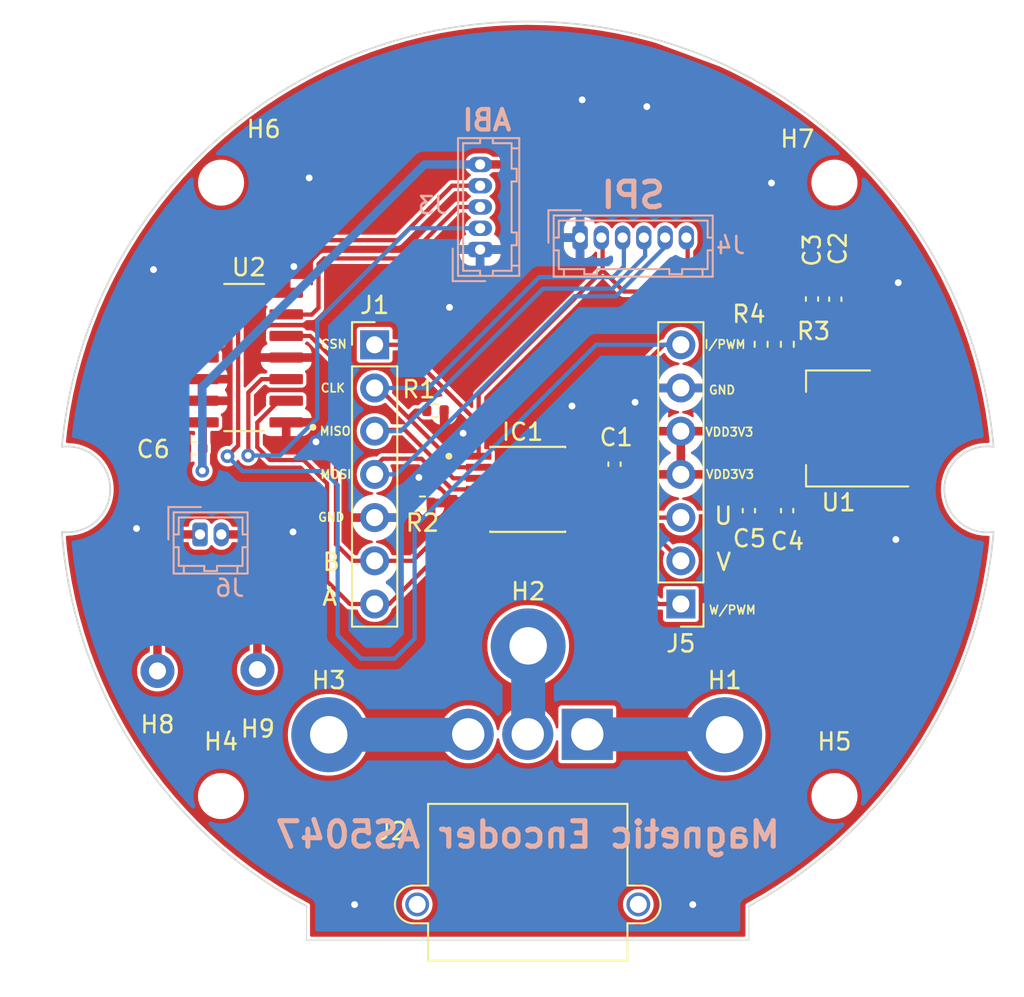
<source format=kicad_pcb>
(kicad_pcb (version 20211014) (generator pcbnew)
  (layers (0 "F.Cu" signal) (31 "B.Cu" signal) (34 "B.Paste" user) (35 "F.Paste" user) (36 "B.SilkS" user "B.Silkscreen") (37 "F.SilkS" user "F.Silkscreen") (38 "B.Mask" user) (39 "F.Mask" user) (44 "Edge.Cuts" user))
  (net 0 "")
  (net 1 "3V3")
  (net 2 "5V0")
  (net 3 "/S1")
  (net 4 "/S2")
  (net 5 "/S3")
  (net 6 "/CSN")
  (net 7 "GND")
  (net 8 "/CLK")
  (net 9 "/MISO")
  (net 10 "/MOSI")
  (net 11 "/B")
  (net 12 "/A")
  (net 13 "/W{slash}PWM")
  (net 14 "/V")
  (net 15 "/U")
  (net 16 "/I{slash}PWM")
  (net 17 "/ENC_A")
  (net 18 "/ENC_B")
  (net 19 "/ENC_I")
  (net 21 "Net-(J4-Pad6)")
  (net 22 "/CP1")
  (net 23 "/CP2")
  (footprint "Connector_PinHeader_2.54mm:PinHeader_1x07_P2.54mm_Vertical" (layer "F.Cu") (at 104 65)
    (fp_text reference "J1" (at 0 -2.33) (layer "F.SilkS"))
    (fp_text value "Conn_01x07_Male")
    (fp_line (start -1.33 1.27) (end 1.33 1.27) (layer "F.SilkS") (width 0.12))
    (fp_line (start -1.33 1.27) (end -1.33 16.57) (layer "F.SilkS") (width 0.12))
    (fp_line (start -1.33 16.57) (end 1.33 16.57) (layer "F.SilkS") (width 0.12))
    (fp_line (start -1.33 -1.33) (end 0 -1.33) (layer "F.SilkS") (width 0.12))
    (fp_line (start 1.33 1.27) (end 1.33 16.57) (layer "F.SilkS") (width 0.12))
    (fp_line (start -1.33 0) (end -1.33 -1.33) (layer "F.SilkS") (width 0.12))
    (pad "1" thru_hole rect (at 0 0) (size 1.7 1.7) (drill 1) (layers *.Cu *.Mask) (net 6 "/CSN"))
    (pad "2" thru_hole oval (at 0 2.54) (size 1.7 1.7) (drill 1) (layers *.Cu *.Mask) (net 8 "/CLK"))
    (pad "3" thru_hole oval (at 0 5.08) (size 1.7 1.7) (drill 1) (layers *.Cu *.Mask) (net 9 "/MISO"))
    (pad "4" thru_hole oval (at 0 7.62) (size 1.7 1.7) (drill 1) (layers *.Cu *.Mask) (net 10 "/MOSI"))
    (pad "5" thru_hole oval (at 0 10.16) (size 1.7 1.7) (drill 1) (layers *.Cu *.Mask) (net 7 "GND"))
    (pad "6" thru_hole oval (at 0 12.7) (size 1.7 1.7) (drill 1) (layers *.Cu *.Mask) (net 11 "/B"))
    (pad "7" thru_hole oval (at 0 15.24) (size 1.7 1.7) (drill 1) (layers *.Cu *.Mask) (net 12 "/A"))
  )
  (footprint "MountingHole:MountingHole_2.2mm_M2" (layer "F.Cu") (at 94.97 91.53)
    (fp_text reference "H4" (at 0 -3.2) (layer "F.SilkS"))
    (fp_text value "MountingHole")
    (pad "" np_thru_hole circle locked (at -0.0013 0) (size 2.2 2.2) (drill 2.2) (layers F&B.Cu *.Mask))
  )
  (footprint "Connector_PinHeader_2.54mm:PinHeader_1x07_P2.54mm_Vertical" (layer "F.Cu") (at 122 80.24 180)
    (fp_text reference "J5" (at 0 -2.33 180) (layer "F.SilkS"))
    (fp_text value "Conn_01x07_Male")
    (fp_line (start -1.33 16.57) (end 1.33 16.57) (layer "F.SilkS") (width 0.12))
    (fp_line (start -1.33 1.27) (end 1.33 1.27) (layer "F.SilkS") (width 0.12))
    (fp_line (start -1.33 -1.33) (end 0 -1.33) (layer "F.SilkS") (width 0.12))
    (fp_line (start -1.33 0) (end -1.33 -1.33) (layer "F.SilkS") (width 0.12))
    (fp_line (start 1.33 1.27) (end 1.33 16.57) (layer "F.SilkS") (width 0.12))
    (fp_line (start -1.33 1.27) (end -1.33 16.57) (layer "F.SilkS") (width 0.12))
    (pad "1" thru_hole rect (at 0 0 180) (size 1.7 1.7) (drill 1) (layers *.Cu *.Mask) (net 13 "/W{slash}PWM"))
    (pad "2" thru_hole oval (at 0 2.54 180) (size 1.7 1.7) (drill 1) (layers *.Cu *.Mask) (net 14 "/V"))
    (pad "3" thru_hole oval (at 0 5.08 180) (size 1.7 1.7) (drill 1) (layers *.Cu *.Mask) (net 15 "/U"))
    (pad "4" thru_hole oval (at 0 7.62 180) (size 1.7 1.7) (drill 1) (layers *.Cu *.Mask) (net 1 "3V3"))
    (pad "5" thru_hole oval (at 0 10.16 180) (size 1.7 1.7) (drill 1) (layers *.Cu *.Mask) (net 1 "3V3"))
    (pad "6" thru_hole oval (at 0 12.7 180) (size 1.7 1.7) (drill 1) (layers *.Cu *.Mask) (net 7 "GND"))
    (pad "7" thru_hole oval (at 0 15.24 180) (size 1.7 1.7) (drill 1) (layers *.Cu *.Mask) (net 16 "/I{slash}PWM"))
  )
  (footprint "Capacitor_SMD:C_0402_1005Metric" (layer "F.Cu") (at 126 74.75 -90)
    (fp_text reference "C5" (at 1.64 -0.03 180) (layer "F.SilkS"))
    (fp_text value "1uF")
    (fp_line (start -0.107836 0.36) (end 0.107836 0.36) (layer "F.SilkS") (width 0.12))
    (fp_line (start -0.107836 -0.36) (end 0.107836 -0.36) (layer "F.SilkS") (width 0.12))
    (pad "1" smd roundrect (at -0.48 0 270) (size 0.56 0.62) (layers "F.Cu" "F.Paste" "F.Mask") (net 1 "3V3"))
    (pad "2" smd roundrect (at 0.48 0 270) (size 0.56 0.62) (layers "F.Cu" "F.Paste" "F.Mask") (net 7 "GND"))
  )
  (footprint "Package_TO_SOT_SMD:SOT-223-3_TabPin2" (layer "F.Cu") (at 131.27 69.92 180)
    (fp_text reference "U1" (at 0 -4.35) (layer "F.SilkS"))
    (fp_text value "AMS1117-3.3")
    (fp_line (start 1.91 3.41) (end 1.91 2.15) (layer "F.SilkS") (width 0.12))
    (fp_line (start -1.85 3.41) (end 1.91 3.41) (layer "F.SilkS") (width 0.12))
    (fp_line (start -4.1 -3.41) (end 1.91 -3.41) (layer "F.SilkS") (width 0.12))
    (fp_line (start 1.91 -3.41) (end 1.91 -2.15) (layer "F.SilkS") (width 0.12))
    (pad "1" smd rect (at -3.15 -2.3 180) (size 2 1.5) (layers "F.Cu" "F.Paste" "F.Mask") (net 7 "GND"))
    (pad "2" smd rect (at -3.15 0 180) (size 2 1.5) (layers "F.Cu" "F.Paste" "F.Mask") (net 1 "3V3"))
    (pad "2" smd rect (at 3.15 0 180) (size 2 3.8) (layers "F.Cu" "F.Paste" "F.Mask") (net 1 "3V3"))
    (pad "3" smd rect (at -3.15 2.3 180) (size 2 1.5) (layers "F.Cu" "F.Paste" "F.Mask") (net 2 "5V0"))
  )
  (footprint "Resistor_SMD:R_0402_1005Metric" (layer "F.Cu") (at 126.72 64.97 -90)
    (fp_text reference "R4" (at -1.77 0.72 180) (layer "F.SilkS"))
    (fp_text value "10k")
    (fp_line (start -0.153641 0.38) (end 0.153641 0.38) (layer "F.SilkS") (width 0.12))
    (fp_line (start -0.153641 -0.38) (end 0.153641 -0.38) (layer "F.SilkS") (width 0.12))
    (pad "1" smd roundrect (at -0.51 0 270) (size 0.54 0.64) (layers "F.Cu" "F.Paste" "F.Mask") (net 6 "/CSN"))
    (pad "2" smd roundrect (at 0.51 0 270) (size 0.54 0.64) (layers "F.Cu" "F.Paste" "F.Mask") (net 1 "3V3"))
  )
  (footprint "MountingHole:MountingHole_2.2mm_M2" (layer "F.Cu") (at 94.97 55.47)
    (fp_text reference "H6" (at 2.505 -3.145) (layer "F.SilkS"))
    (fp_text value "MountingHole")
    (pad "" np_thru_hole circle locked (at 0 0) (size 2.2 2.2) (drill 2.2) (layers F&B.Cu *.Mask))
  )
  (footprint "Resistor_SMD:R_0402_1005Metric" (layer "F.Cu") (at 128.26 64.97 -90)
    (fp_text reference "R3" (at -0.77 -1.54 180) (layer "F.SilkS"))
    (fp_text value "0")
    (fp_line (start -0.153641 -0.38) (end 0.153641 -0.38) (layer "F.SilkS") (width 0.12))
    (fp_line (start -0.153641 0.38) (end 0.153641 0.38) (layer "F.SilkS") (width 0.12))
    (pad "1" smd roundrect (at -0.51 0 270) (size 0.54 0.64) (layers "F.Cu" "F.Paste" "F.Mask") (net 21 "Net-(J4-Pad6)"))
    (pad "2" smd roundrect (at 0.51 0 270) (size 0.54 0.64) (layers "F.Cu" "F.Paste" "F.Mask") (net 1 "3V3"))
  )
  (footprint "Capacitor_SMD:C_0402_1005Metric" (layer "F.Cu") (at 131.08 62.32 90)
    (fp_text reference "C2" (at 2.975 0.15 90) (layer "F.SilkS"))
    (fp_text value "1uF")
    (fp_line (start -0.107836 0.36) (end 0.107836 0.36) (layer "F.SilkS") (width 0.12))
    (fp_line (start -0.107836 -0.36) (end 0.107836 -0.36) (layer "F.SilkS") (width 0.12))
    (pad "1" smd roundrect (at -0.48 0 90) (size 0.56 0.62) (layers "F.Cu" "F.Paste" "F.Mask") (net 2 "5V0"))
    (pad "2" smd roundrect (at 0.48 0 90) (size 0.56 0.62) (layers "F.Cu" "F.Paste" "F.Mask") (net 7 "GND"))
  )
  (footprint "Resistor_SMD:R_0402_1005Metric" (layer "F.Cu") (at 107.575 68.875 180)
    (fp_text reference "R1" (at 0.975 1.25) (layer "F.SilkS"))
    (fp_text value "10k")
    (fp_line (start -0.153641 -0.38) (end 0.153641 -0.38) (layer "F.SilkS") (width 0.12))
    (fp_line (start -0.153641 0.38) (end 0.153641 0.38) (layer "F.SilkS") (width 0.12))
    (pad "1" smd roundrect (at -0.51 0 180) (size 0.54 0.64) (layers "F.Cu" "F.Paste" "F.Mask") (net 7 "GND"))
    (pad "2" smd roundrect (at 0.51 0 180) (size 0.54 0.64) (layers "F.Cu" "F.Paste" "F.Mask") (net 8 "/CLK"))
  )
  (footprint "Capacitor_SMD:C_0402_1005Metric" (layer "F.Cu") (at 128.25 74.75 -90)
    (fp_text reference "C4" (at 1.8 -0.01 180) (layer "F.SilkS"))
    (fp_text value "10uF")
    (fp_line (start -0.107836 0.36) (end 0.107836 0.36) (layer "F.SilkS") (width 0.12))
    (fp_line (start -0.107836 -0.36) (end 0.107836 -0.36) (layer "F.SilkS") (width 0.12))
    (pad "1" smd roundrect (at -0.48 0 270) (size 0.56 0.62) (layers "F.Cu" "F.Paste" "F.Mask") (net 1 "3V3"))
    (pad "2" smd roundrect (at 0.48 0 270) (size 0.56 0.62) (layers "F.Cu" "F.Paste" "F.Mask") (net 7 "GND"))
  )
  (footprint "MountingHole:MountingHole_2.2mm_M2_Pad" (layer "F.Cu") (at 113.025 82.7)
    (fp_text reference "H2" (at 0 -3.2) (layer "F.SilkS"))
    (fp_text value "MountingHole_Pad")
    (pad "1" thru_hole circle (at 0 0) (size 4.4 4.4) (drill 2.2) (layers *.Cu *.Mask) (net 4 "/S2"))
  )
  (footprint "MountingHole:MountingHole_2.2mm_M2_Pad" (layer "F.Cu") (at 124.575 87.925)
    (fp_text reference "H1" (at 0 -3.2) (layer "F.SilkS"))
    (fp_text value "MountingHole_Pad")
    (pad "1" thru_hole circle (at 0 0) (size 4.4 4.4) (drill 2.2) (layers *.Cu *.Mask) (net 3 "/S1"))
  )
  (footprint "Capacitor_SMD:C_0402_1005Metric" (layer "F.Cu") (at 93.41 71.09 180)
    (fp_text reference "C6" (at 2.425 -0.05) (layer "F.SilkS"))
    (fp_text value "100nF")
    (fp_line (start -0.107836 0.36) (end 0.107836 0.36) (layer "F.SilkS") (width 0.12))
    (fp_line (start -0.107836 -0.36) (end 0.107836 -0.36) (layer "F.SilkS") (width 0.12))
    (pad "1" smd roundrect (at -0.48 0 180) (size 0.56 0.62) (layers "F.Cu" "F.Paste" "F.Mask") (net 2 "5V0"))
    (pad "2" smd roundrect (at 0.48 0 180) (size 0.56 0.62) (layers "F.Cu" "F.Paste" "F.Mask") (net 7 "GND"))
  )
  (footprint "MountingHole:MountingHole_2.2mm_M2" (layer "F.Cu") (at 131.03 91.53)
    (fp_text reference "H5" (at 0 -3.2) (layer "F.SilkS"))
    (fp_text value "MountingHole")
    (pad "" np_thru_hole circle locked (at 0 0) (size 2.2 2.2) (drill 2.2) (layers F&B.Cu *.Mask))
  )
  (footprint "Capacitor_SMD:C_0402_1005Metric" (layer "F.Cu") (at 129.71 62.31 90)
    (fp_text reference "C3" (at 2.875 0 90) (layer "F.SilkS"))
    (fp_text value "100nF")
    (fp_line (start -0.107836 0.36) (end 0.107836 0.36) (layer "F.SilkS") (width 0.12))
    (fp_line (start -0.107836 -0.36) (end 0.107836 -0.36) (layer "F.SilkS") (width 0.12))
    (pad "1" smd roundrect (at -0.48 0 90) (size 0.56 0.62) (layers "F.Cu" "F.Paste" "F.Mask") (net 2 "5V0"))
    (pad "2" smd roundrect (at 0.48 0 90) (size 0.56 0.62) (layers "F.Cu" "F.Paste" "F.Mask") (net 7 "GND"))
  )
  (footprint "Capacitor_SMD:C_0402_1005Metric" (layer "F.Cu") (at 118.1 72.02 90)
    (fp_text reference "C1" (at 1.575 0.1) (layer "F.SilkS"))
    (fp_text value "100nF")
    (fp_line (start -0.107836 0.36) (end 0.107836 0.36) (layer "F.SilkS") (width 0.12))
    (fp_line (start -0.107836 -0.36) (end 0.107836 -0.36) (layer "F.SilkS") (width 0.12))
    (pad "1" smd roundrect (at -0.48 0 90) (size 0.56 0.62) (layers "F.Cu" "F.Paste" "F.Mask") (net 1 "3V3"))
    (pad "2" smd roundrect (at 0.48 0 90) (size 0.56 0.62) (layers "F.Cu" "F.Paste" "F.Mask") (net 7 "GND"))
  )
  (footprint "Connector_AMASS:AMASS_MR30PW-M_1x03_P3.50mm_Horizontal" (layer "F.Cu") (at 116.5 87.9 180)
    (fp_text reference "J2" (at 11.45 -5.7) (layer "F.SilkS"))
    (fp_text value "Conn_01x03")
    (fp_line (start 9.36 -8.89) (end 9.36 -4.09) (layer "F.SilkS") (width 0.12))
    (fp_line (start -3.2 -11.11) (end -2.36 -11.11) (layer "F.SilkS") (width 0.12))
    (fp_line (start -2.36 -13.31) (end -2.36 -11.11) (layer "F.SilkS") (width 0.12))
    (fp_line (start 9.36 -13.31) (end 9.36 -11.11) (layer "F.SilkS") (width 0.12))
    (fp_line (start -2.36 -13.31) (end 9.36 -13.31) (layer "F.SilkS") (width 0.12))
    (fp_line (start -2.36 -4.09) (end 9.36 -4.09) (layer "F.SilkS") (width 0.12))
    (fp_line (start 9.36 -8.89) (end 10.2 -8.89) (layer "F.SilkS") (width 0.12))
    (fp_line (start 9.36 -11.11) (end 10.2 -11.11) (layer "F.SilkS") (width 0.12))
    (fp_line (start -3.2 -8.89) (end -2.36 -8.89) (layer "F.SilkS") (width 0.12))
    (fp_line (start -2.36 -8.89) (end -2.36 -4.09) (layer "F.SilkS") (width 0.12))
    (fp_arc (start 10.2 -11.11) (mid 11.31 -10) (end 10.2 -8.89) (layer "F.SilkS") (width 0.12))
    (fp_arc (start -3.2 -8.89) (mid -4.31 -10) (end -3.2 -11.11) (layer "F.SilkS") (width 0.12))
    (pad "" thru_hole circle (at 10 -10 180) (size 1.4 1.4) (drill 1) (layers *.Cu *.Mask))
    (pad "" thru_hole circle (at -3 -10 180) (size 1.4 1.4) (drill 1) (layers *.Cu *.Mask))
    (pad "1" thru_hole rect (at 0 0 180) (size 3 3) (drill 1.9) (layers *.Cu *.Mask) (net 3 "/S1"))
    (pad "2" thru_hole circle (at 3.5 0 180) (size 3 3) (drill 1.9) (layers *.Cu *.Mask) (net 4 "/S2"))
    (pad "3" thru_hole circle (at 7 0 180) (size 3 3) (drill 1.9) (layers *.Cu *.Mask) (net 5 "/S3"))
  )
  (footprint "Resistor_SMD:R_0402_1005Metric" (layer "F.Cu") (at 106.81 74.3 180)
    (fp_text reference "R2" (at 0 -1.17) (layer "F.SilkS"))
    (fp_text value "10k")
    (fp_line (start -0.153641 0.38) (end 0.153641 0.38) (layer "F.SilkS") (width 0.12))
    (fp_line (start -0.153641 -0.38) (end 0.153641 -0.38) (layer "F.SilkS") (width 0.12))
    (pad "1" smd roundrect (at -0.51 0 180) (size 0.54 0.64) (layers "F.Cu" "F.Paste" "F.Mask") (net 7 "GND"))
    (pad "2" smd roundrect (at 0.51 0 180) (size 0.54 0.64) (layers "F.Cu" "F.Paste" "F.Mask") (net 10 "/MOSI"))
  )
  (footprint "encoderlib:SOP65P640X110-14N" (layer "F.Cu") (at 113 73.5)
    (fp_text reference "IC1" (at -0.3 -3.375) (layer "F.SilkS"))
    (fp_text value "AS5047U-HTSM")
    (fp_line (start 2.2 2.5) (end 2.2 2.475) (layer "F.SilkS") (width 0.127))
    (fp_line (start 2.2 -2.475) (end 2.2 -2.5) (layer "F.SilkS") (width 0.127))
    (fp_line (start 2.2 -2.5) (end -2.2 -2.5) (layer "F.SilkS") (width 0.127))
    (fp_line (start -2.2 2.5) (end -2.2 2.475) (layer "F.SilkS") (width 0.127))
    (fp_line (start -2.2 2.5) (end 2.2 2.5) (layer "F.SilkS") (width 0.127))
    (fp_line (start -2.2 -2.5) (end -2.2 -2.475) (layer "F.SilkS") (width 0.127))
    (fp_circle (center -4.635 -1.95) (end -4.535 -1.95) (layer "F.SilkS") (width 0.2) (fill none))
    (pad "1" smd rect locked (at -2.885 -1.95) (size 1.5 0.41) (layers "F.Cu" "F.Paste" "F.Mask") (net 6 "/CSN"))
    (pad "2" smd rect locked (at -2.885 -1.3) (size 1.5 0.41) (layers "F.Cu" "F.Paste" "F.Mask") (net 8 "/CLK"))
    (pad "3" smd rect locked (at -2.885 -0.65) (size 1.5 0.41) (layers "F.Cu" "F.Paste" "F.Mask") (net 9 "/MISO"))
    (pad "4" smd rect locked (at -2.885 0) (size 1.5 0.41) (layers "F.Cu" "F.Paste" "F.Mask") (net 10 "/MOSI"))
    (pad "5" smd rect locked (at -2.885 0.65) (size 1.5 0.41) (layers "F.Cu" "F.Paste" "F.Mask") (net 7 "GND"))
    (pad "6" smd rect locked (at -2.885 1.3) (size 1.5 0.41) (layers "F.Cu" "F.Paste" "F.Mask") (net 11 "/B"))
    (pad "7" smd rect locked (at -2.885 1.95) (size 1.5 0.41) (layers "F.Cu" "F.Paste" "F.Mask") (net 12 "/A"))
    (pad "8" smd rect locked (at 2.885 1.95) (size 1.5 0.41) (layers "F.Cu" "F.Paste" "F.Mask") (net 13 "/W{slash}PWM"))
    (pad "9" smd rect locked (at 2.885 1.3) (size 1.5 0.41) (layers "F.Cu" "F.Paste" "F.Mask") (net 14 "/V"))
    (pad "10" smd rect locked (at 2.885 0.65) (size 1.5 0.41) (layers "F.Cu" "F.Paste" "F.Mask") (net 15 "/U"))
    (pad "11" smd rect locked (at 2.885 0) (size 1.5 0.41) (layers "F.Cu" "F.Paste" "F.Mask") (net 1 "3V3"))
    (pad "12" smd rect locked (at 2.885 -0.65) (size 1.5 0.41) (layers "F.Cu" "F.Paste" "F.Mask") (net 1 "3V3"))
    (pad "13" smd rect locked (at 2.885 -1.3) (size 1.5 0.41) (layers "F.Cu" "F.Paste" "F.Mask") (net 7 "GND"))
    (pad "14" smd rect locked (at 2.885 -1.95) (size 1.5 0.41) (layers "F.Cu" "F.Paste" "F.Mask") (net 16 "/I{slash}PWM"))
  )
  (footprint "MountingHole:MountingHole_2.2mm_M2_Pad" (layer "F.Cu") (at 101.3 87.925)
    (fp_text reference "H3" (at 0 -3.2) (layer "F.SilkS"))
    (fp_text value "MountingHole_Pad")
    (pad "1" thru_hole circle (at 0 0) (size 4.4 4.4) (drill 2.2) (layers *.Cu *.Mask) (net 5 "/S3"))
  )
  (footprint "MountingHole:MountingHole_2.2mm_M2" (layer "F.Cu") (at 131.03 55.47)
    (fp_text reference "H7" (at -2.18 -2.57) (layer "F.SilkS"))
    (fp_text value "MountingHole")
    (pad "" np_thru_hole circle locked (at 0 0) (size 2.2 2.2) (drill 2.2) (layers *.Cu *.Mask))
  )
  (footprint "MountingHole:MountingHole_2.2mm_M2_Pad" (layer "F.Cu") (at 91.2325 84.175)
    (fp_text reference "H8" (at 0 3.15) (layer "F.SilkS"))
    (fp_text value "MountingHole_Pad")
    (pad "1" thru_hole circle (at 0 0) (size 2 2) (drill 1) (layers *.Cu *.Mask) (net 22 "/CP1"))
  )
  (footprint "encoderlib:SOIC127P600X175-14N" (layer "F.Cu") (at 96.325 65.75 180)
    (fp_text reference "U2" (at -0.275 5.3) (layer "F.SilkS"))
    (fp_text value "SN74LV125ATD")
    (fp_line (start -1.17 4.325) (end 1.17 4.325) (layer "F.SilkS") (width 0.127))
    (fp_line (start -1.17 -4.325) (end 1.17 -4.325) (layer "F.SilkS") (width 0.127))
    (fp_circle (center -4.05 -4.1) (end -3.95 -4.1) (layer "F.SilkS") (width 0.2) (fill none))
    (pad "1" smd roundrect (at -2.475 -3.81 180) (size 1.97 0.6) (layers "F.Cu" "F.Paste" "F.Mask") (roundrect_rratio 0.15) (net 7 "GND"))
    (pad "2" smd roundrect (at -2.475 -2.54 180) (size 1.97 0.6) (layers "F.Cu" "F.Paste" "F.Mask") (roundrect_rratio 0.15) (net 12 "/A"))
    (pad "3" smd roundrect (at -2.475 -1.27 180) (size 1.97 0.6) (layers "F.Cu" "F.Paste" "F.Mask") (roundrect_rratio 0.15) (net 17 "/ENC_A"))
    (pad "4" smd roundrect (at -2.475 0 180) (size 1.97 0.6) (layers "F.Cu" "F.Paste" "F.Mask") (roundrect_rratio 0.15) (net 7 "GND"))
    (pad "5" smd roundrect (at -2.475 1.27 180) (size 1.97 0.6) (layers "F.Cu" "F.Paste" "F.Mask") (roundrect_rratio 0.15) (net 11 "/B"))
    (pad "6" smd roundrect (at -2.475 2.54 180) (size 1.97 0.6) (layers "F.Cu" "F.Paste" "F.Mask") (roundrect_rratio 0.15) (net 18 "/ENC_B"))
    (pad "7" smd roundrect (at -2.475 3.81 180) (size 1.97 0.6) (layers "F.Cu" "F.Paste" "F.Mask") (roundrect_rratio 0.15) (net 7 "GND"))
    (pad "8" smd roundrect (at 2.475 3.81 180) (size 1.97 0.6) (layers "F.Cu" "F.Paste" "F.Mask") (roundrect_rratio 0.15) (net 19 "/ENC_I"))
    (pad "9" smd roundrect (at 2.475 2.54 180) (size 1.97 0.6) (layers "F.Cu" "F.Paste" "F.Mask") (roundrect_rratio 0.15) (net 16 "/I{slash}PWM"))
    (pad "10" smd roundrect (at 2.475 1.27 180) (size 1.97 0.6) (layers "F.Cu" "F.Paste" "F.Mask") (roundrect_rratio 0.15) (net 7 "GND"))
    (pad "11" smd roundrect (at 2.475 0 180) (size 1.97 0.6) (layers "F.Cu" "F.Paste" "F.Mask") (roundrect_rratio 0.15))
    (pad "12" smd roundrect (at 2.475 -1.27 180) (size 1.97 0.6) (layers "F.Cu" "F.Paste" "F.Mask") (roundrect_rratio 0.15) (net 7 "GND"))
    (pad "13" smd roundrect (at 2.475 -2.54 180) (size 1.97 0.6) (layers "F.Cu" "F.Paste" "F.Mask") (roundrect_rratio 0.15) (net 7 "GND"))
    (pad "14" smd roundrect (at 2.475 -3.81 180) (size 1.97 0.6) (layers "F.Cu" "F.Paste" "F.Mask") (roundrect_rratio 0.15) (net 2 "5V0"))
  )
  (footprint "MountingHole:MountingHole_2.2mm_M2_Pad" (layer "F.Cu") (at 97.1075 84.1)
    (fp_text reference "H9" (at 0.025 3.475) (layer "F.SilkS"))
    (fp_text value "MountingHole_Pad")
    (pad "1" thru_hole circle (at 0 0) (size 2 2) (drill 1) (layers *.Cu *.Mask) (net 23 "/CP2"))
  )
  (footprint "Connector_Hirose:Hirose_DF13-05P-1.25DSA_1x05_P1.25mm_Vertical" (layer "B.Cu") (at 110.2 59.4 90)
    (fp_text reference "J3" (at 2.6 -2.8) (layer "B.SilkS") (effects (justify mirror)))
    (fp_text value "~")
    (fp_line (start -1.25 0) (end -1.25 -1) (layer "B.SilkS") (width 0.12))
    (fp_line (start -1.55 -1.3) (end 6.55 -1.3) (layer "B.SilkS") (width 0.12))
    (fp_line (start -1.25 -1) (end 6.25 -1) (layer "B.SilkS") (width 0.12))
    (fp_line (start 0.25 1.85) (end 0.25 2.15) (layer "B.SilkS") (width 0.12))
    (fp_line (start 1 2.15) (end 1 1.85) (layer "B.SilkS") (width 0.12))
    (fp_line (start 0.25 2.15) (end 1 2.15) (layer "B.SilkS") (width 0.12))
    (fp_line (start 6.55 2.3) (end -1.55 2.3) (layer "B.SilkS") (width 0.12))
    (fp_line (start -1.55 0) (end -1.25 0) (layer "B.SilkS") (width 0.12))
    (fp_line (start -1.55 2.3) (end -1.55 -1.3) (layer "B.SilkS") (width 0.12))
    (fp_line (start 4 1.85) (end 4 2.15) (layer "B.SilkS") (width 0.12))
    (fp_line (start 5.95 1.85) (end 5.95 2.3) (layer "B.SilkS") (width 0.12))
    (fp_line (start -1.25 0.75) (end -1.25 1.85) (layer "B.SilkS") (width 0.12))
    (fp_line (start 6.55 0.75) (end 6.25 0.75) (layer "B.SilkS") (width 0.12))
    (fp_line (start 6.25 -1) (end 6.25 0) (layer "B.SilkS") (width 0.12))
    (fp_line (start 6.25 1.85) (end 5.95 1.85) (layer "B.SilkS") (width 0.12))
    (fp_line (start -0.95 1.85) (end 0.25 1.85) (layer "B.SilkS") (width 0.12))
    (fp_line (start 6.25 0) (end 6.55 0) (layer "B.SilkS") (width 0.12))
    (fp_line (start 6.25 0.75) (end 6.25 1.85) (layer "B.SilkS") (width 0.12))
    (fp_line (start 4.75 2.15) (end 4.75 1.85) (layer "B.SilkS") (width 0.12))
    (fp_line (start 6.55 -1.3) (end 6.55 2.3) (layer "B.SilkS") (width 0.12))
    (fp_line (start 4 2.15) (end 4.75 2.15) (layer "B.SilkS") (width 0.12))
    (fp_line (start 4.75 1.85) (end 5.95 1.85) (layer "B.SilkS") (width 0.12))
    (fp_line (start -1.86 0.3) (end -1.86 -1.61) (layer "B.SilkS") (width 0.12))
    (fp_line (start -1.25 1.85) (end -0.95 1.85) (layer "B.SilkS") (width 0.12))
    (fp_line (start -0.95 1.85) (end -0.95 2.3) (layer "B.SilkS") (width 0.12))
    (fp_line (start -1.86 -1.61) (end 0.05 -1.61) (layer "B.SilkS") (width 0.12))
    (fp_line (start -1.55 0.75) (end -1.25 0.75) (layer "B.SilkS") (width 0.12))
    (fp_line (start 1 1.85) (end 4 1.85) (layer "B.SilkS") (width 0.12))
    (pad "1" thru_hole roundrect (at 0 0 90) (size 0.9 1.4) (drill 0.6) (layers *.Cu *.Mask) (net 7 "GND"))
    (pad "2" thru_hole oval (at 1.25 0 90) (size 0.9 1.4) (drill 0.6) (layers *.Cu *.Mask) (net 17 "/ENC_A"))
    (pad "3" thru_hole oval (at 2.5 0 90) (size 0.9 1.4) (drill 0.6) (layers *.Cu *.Mask) (net 18 "/ENC_B"))
    (pad "4" thru_hole oval (at 3.75 0 90) (size 0.9 1.4) (drill 0.6) (layers *.Cu *.Mask) (net 19 "/ENC_I"))
    (pad "5" thru_hole oval (at 5 0 90) (size 0.9 1.4) (drill 0.6) (layers *.Cu *.Mask) (net 2 "5V0"))
  )
  (footprint "Connector_Hirose:Hirose_DF13-06P-1.25DSA_1x06_P1.25mm_Vertical" (layer "B.Cu") (at 116.075 58.7)
    (fp_text reference "J4" (at 8.85 0.45) (layer "B.SilkS") (effects (justify mirror)))
    (fp_text value "Conn_01x06")
    (fp_line (start 7.5 0.75) (end 7.5 1.85) (layer "B.SilkS") (width 0.12))
    (fp_line (start 7.8 -1.3) (end 7.8 2.3) (layer "B.SilkS") (width 0.12))
    (fp_line (start 7.5 -1) (end 7.5 0) (layer "B.SilkS") (width 0.12))
    (fp_line (start -1.55 -1.3) (end 7.8 -1.3) (layer "B.SilkS") (width 0.12))
    (fp_line (start -1.86 -1.61) (end 0.05 -1.61) (layer "B.SilkS") (width 0.12))
    (fp_line (start -1.25 -1) (end 7.5 -1) (layer "B.SilkS") (width 0.12))
    (fp_line (start 0.25 1.85) (end 0.25 2.15) (layer "B.SilkS") (width 0.12))
    (fp_line (start 1 1.85) (end 5.25 1.85) (layer "B.SilkS") (width 0.12))
    (fp_line (start 1 2.15) (end 1 1.85) (layer "B.SilkS") (width 0.12))
    (fp_line (start 6 1.85) (end 7.2 1.85) (layer "B.SilkS") (width 0.12))
    (fp_line (start -1.25 0.75) (end -1.25 1.85) (layer "B.SilkS") (width 0.12))
    (fp_line (start 7.8 2.3) (end -1.55 2.3) (layer "B.SilkS") (width 0.12))
    (fp_line (start 7.5 0) (end 7.8 0) (layer "B.SilkS") (width 0.12))
    (fp_line (start -0.95 1.85) (end 0.25 1.85) (layer "B.SilkS") (width 0.12))
    (fp_line (start -1.86 0.3) (end -1.86 -1.61) (layer "B.SilkS") (width 0.12))
    (fp_line (start -1.55 0.75) (end -1.25 0.75) (layer "B.SilkS") (width 0.12))
    (fp_line (start 5.25 1.85) (end 5.25 2.15) (layer "B.SilkS") (width 0.12))
    (fp_line (start 7.8 0.75) (end 7.5 0.75) (layer "B.SilkS") (width 0.12))
    (fp_line (start 7.5 1.85) (end 7.2 1.85) (layer "B.SilkS") (width 0.12))
    (fp_line (start -1.25 1.85) (end -0.95 1.85) (layer "B.SilkS") (width 0.12))
    (fp_line (start 7.2 1.85) (end 7.2 2.3) (layer "B.SilkS") (width 0.12))
    (fp_line (start 5.25 2.15) (end 6 2.15) (layer "B.SilkS") (width 0.12))
    (fp_line (start 6 2.15) (end 6 1.85) (layer "B.SilkS") (width 0.12))
    (fp_line (start -0.95 1.85) (end -0.95 2.3) (layer "B.SilkS") (width 0.12))
    (fp_line (start -1.25 0) (end -1.25 -1) (layer "B.SilkS") (width 0.12))
    (fp_line (start -1.55 2.3) (end -1.55 -1.3) (layer "B.SilkS") (width 0.12))
    (fp_line (start -1.55 0) (end -1.25 0) (layer "B.SilkS") (width 0.12))
    (fp_line (start 0.25 2.15) (end 1 2.15) (layer "B.SilkS") (width 0.12))
    (pad "1" thru_hole roundrect (at 0 0) (size 0.9 1.4) (drill 0.6) (layers *.Cu *.Mask) (net 7 "GND"))
    (pad "2" thru_hole oval (at 1.25 0) (size 0.9 1.4) (drill 0.6) (layers *.Cu *.Mask) (net 6 "/CSN"))
    (pad "3" thru_hole oval (at 2.5 0) (size 0.9 1.4) (drill 0.6) (layers *.Cu *.Mask) (net 8 "/CLK"))
    (pad "4" thru_hole oval (at 3.75 0) (size 0.9 1.4) (drill 0.6) (layers *.Cu *.Mask) (net 9 "/MISO"))
    (pad "5" thru_hole oval (at 5 0) (size 0.9 1.4) (drill 0.6) (layers *.Cu *.Mask) (net 10 "/MOSI"))
    (pad "6" thru_hole oval (at 6.25 0) (size 0.9 1.4) (drill 0.6) (layers *.Cu *.Mask) (net 21 "Net-(J4-Pad6)"))
  )
  (footprint "Connector_Hirose:Hirose_DF13-02P-1.25DSA_1x02_P1.25mm_Vertical" (layer "B.Cu") (at 93.7325 76.15)
    (fp_text reference "J6" (at 1.7475 3.15) (layer "B.SilkS") (effects (justify mirror)))
    (fp_text value "Conn_01x02")
    (fp_line (start -1.86 -1.61) (end 0.05 -1.61) (layer "B.SilkS") (width 0.12))
    (fp_line (start -1.25 1.85) (end -0.95 1.85) (layer "B.SilkS") (width 0.12))
    (fp_line (start 1 2.15) (end 1 1.85) (layer "B.SilkS") (width 0.12))
    (fp_line (start -1.86 0.3) (end -1.86 -1.61) (layer "B.SilkS") (width 0.12))
    (fp_line (start 2.5 0.75) (end 2.5 1.85) (layer "B.SilkS") (width 0.12))
    (fp_line (start -1.25 -1) (end 2.5 -1) (layer "B.SilkS") (width 0.12))
    (fp_line (start -1.55 -1.3) (end 2.8 -1.3) (layer "B.SilkS") (width 0.12))
    (fp_line (start 0.25 2.15) (end 1 2.15) (layer "B.SilkS") (width 0.12))
    (fp_line (start 2.2 1.85) (end 2.2 2.3) (layer "B.SilkS") (width 0.12))
    (fp_line (start 2.8 2.3) (end -1.55 2.3) (layer "B.SilkS") (width 0.12))
    (fp_line (start 1 1.85) (end 2.2 1.85) (layer "B.SilkS") (width 0.12))
    (fp_line (start 0.25 1.85) (end 0.25 2.15) (layer "B.SilkS") (width 0.12))
    (fp_line (start -1.25 0) (end -1.25 -1) (layer "B.SilkS") (width 0.12))
    (fp_line (start -1.55 0) (end -1.25 0) (layer "B.SilkS") (width 0.12))
    (fp_line (start 2.5 -1) (end 2.5 0) (layer "B.SilkS") (width 0.12))
    (fp_line (start -1.55 0.75) (end -1.25 0.75) (layer "B.SilkS") (width 0.12))
    (fp_line (start 2.5 1.85) (end 2.2 1.85) (layer "B.SilkS") (width 0.12))
    (fp_line (start -1.25 0.75) (end -1.25 1.85) (layer "B.SilkS") (width 0.12))
    (fp_line (start -0.95 1.85) (end -0.95 2.3) (layer "B.SilkS") (width 0.12))
    (fp_line (start 2.8 -1.3) (end 2.8 2.3) (layer "B.SilkS") (width 0.12))
    (fp_line (start -0.95 1.85) (end 0.25 1.85) (layer "B.SilkS") (width 0.12))
    (fp_line (start -1.55 2.3) (end -1.55 -1.3) (layer "B.SilkS") (width 0.12))
    (fp_line (start 2.5 0) (end 2.8 0) (layer "B.SilkS") (width 0.12))
    (fp_line (start 2.8 0.75) (end 2.5 0.75) (layer "B.SilkS") (width 0.12))
    (pad "1" thru_hole roundrect (at 0 0) (size 0.9 1.4) (drill 0.6) (layers *.Cu *.Mask) (net 22 "/CP1"))
    (pad "2" thru_hole oval (at 1.25 0) (size 0.9 1.4) (drill 0.6) (layers *.Cu *.Mask) (net 23 "/CP2"))
  )
  (gr_line (start 100 100) (end 100 98) (layer "Edge.Cuts") (width 0.05))
  (gr_line (start 100 100) (end 126 100) (layer "Edge.Cuts") (width 0.05))
  (gr_line (start 126 100) (end 126 98) (layer "Edge.Cuts") (width 0.05))
  (gr_arc (start 140.386 76) (mid 137.489722 73.5) (end 140.386 71) (layer "Edge.Cuts") (width 0.1))
  (gr_arc (start 85.614 71) (mid 113 45.993145) (end 140.386 71) (layer "Edge.Cuts") (width 0.1))
  (gr_arc (start 85.614 71) (mid 88.454686 73.5) (end 85.614 76) (layer "Edge.Cuts") (width 0.1))
  (gr_arc (start 140.386 76) (mid 135.966216 88.813431) (end 126 98) (layer "Edge.Cuts") (width 0.1))
  (gr_arc (start 100 98) (mid 89.957085 88.863585) (end 85.614 76) (layer "Edge.Cuts") (width 0.1))
  (gr_text "SPI" (at 119.2 56.2) (layer "B.SilkS") (effects (font (size 1.5 1.5) (thickness 0.3)) (justify mirror)))
  (gr_text "Magnetic Encoder AS5047" (at 113 93.8) (layer "B.SilkS") (effects (font (size 1.5 1.5) (thickness 0.3)) (justify mirror)))
  (gr_text "ABI" (at 110.6 51.8) (layer "B.SilkS") (effects (font (size 1.2 1.2) (thickness 0.25)) (justify mirror)))
  (gr_text "VDD3V3" (at 124.89 72.62) (layer "F.SilkS") (effects (font (size 0.5 0.5) (thickness 0.1))))
  (gr_text "VDD3V3" (at 124.85 70.13) (layer "F.SilkS") (effects (font (size 0.5 0.5) (thickness 0.1))))
  (gr_text "MOSI" (at 101.72 72.62) (layer "F.SilkS") (effects (font (size 0.5 0.5) (thickness 0.1))))
  (gr_text "MISO" (at 101.68 70.08) (layer "F.SilkS") (effects (font (size 0.5 0.5) (thickness 0.1))))
  (gr_text "GND" (at 124.42 67.66) (layer "F.SilkS") (effects (font (size 0.5 0.5) (thickness 0.1))))
  (gr_text "CSN" (at 101.6 64.96) (layer "F.SilkS") (effects (font (size 0.5 0.5) (thickness 0.1))))
  (gr_text "A" (at 101.36 79.82) (layer "F.SilkS") (effects (font (size 1 1))))
  (gr_text "CLK" (at 101.54 67.54) (layer "F.SilkS") (effects (font (size 0.5 0.5) (thickness 0.1))))
  (gr_text "W/PWM" (at 125.03 80.59) (layer "F.SilkS") (effects (font (size 0.5 0.5) (thickness 0.1))))
  (gr_text "V" (at 124.52 77.77) (layer "F.SilkS") (effects (font (size 1 1))))
  (gr_text "GND" (at 101.45 75.14) (layer "F.SilkS") (effects (font (size 0.5 0.5) (thickness 0.1))))
  (gr_text "I/PWM" (at 124.59 64.98) (layer "F.SilkS") (effects (font (size 0.5 0.5) (thickness 0.1))))
  (gr_text "U" (at 124.5 75.06) (layer "F.SilkS") (effects (font (size 1 1))))
  (gr_text "B" (at 101.45 77.77) (layer "F.SilkS") (effects (font (size 1 1))))
  (segment (start 134.42 67.62) (end 134.42 65.39) (width 0.5) (layer "F.Cu") (net 2))
  (segment (start 93.87 72.41) (end 93.87 71.11) (width 0.5) (layer "F.Cu") (net 2))
  (segment (start 126.86 61.03) (end 128.62 62.79) (width 0.5) (layer "F.Cu") (net 2))
  (segment (start 123.48 54.4) (end 126.86 57.78) (width 0.5) (layer "F.Cu") (net 2))
  (segment (start 93.87 71.11) (end 93.89 71.09) (width 0.5) (layer "F.Cu") (net 2))
  (segment (start 131.83 62.8) (end 131.08 62.8) (width 0.5) (layer "F.Cu") (net 2))
  (segment (start 93.89 71.09) (end 93.89 69.6) (width 0.5) (layer "F.Cu") (net 2))
  (segment (start 134.42 65.39) (end 131.83 62.8) (width 0.5) (layer "F.Cu") (net 2))
  (segment (start 128.62 62.79) (end 129.71 62.79) (width 0.5) (layer "F.Cu") (net 2))
  (segment (start 126.86 57.78) (end 126.86 61.03) (width 0.5) (layer "F.Cu") (net 2))
  (segment (start 129.71 62.79) (end 131.07 62.79) (width 0.5) (layer "F.Cu") (net 2))
  (segment (start 110.2 54.4) (end 123.48 54.4) (width 0.5) (layer "F.Cu") (net 2))
  (segment (start 93.89 69.6) (end 93.85 69.56) (width 0.5) (layer "F.Cu") (net 2))
  (via (at 93.87 72.41) (size 0.8) (drill 0.4) (layers "F.Cu" "B.Cu") (net 2))
  (segment (start 106.93 54.4) (end 110.2 54.4) (width 0.5) (layer "B.Cu") (net 2))
  (segment (start 93.87 67.46) (end 106.93 54.4) (width 0.5) (layer "B.Cu") (net 2))
  (segment (start 93.87 67.46) (end 93.87 72.41) (width 0.5) (layer "B.Cu") (net 2))
  (segment (start 116.5 87.9) (end 124.55 87.9) (width 2) (layer "B.Cu") (net 3))
  (segment (start 124.55 87.9) (end 124.575 87.925) (width 2) (layer "B.Cu") (net 3))
  (segment (start 113.025 82.7) (end 113.025 87.875) (width 2) (layer "B.Cu") (net 4))
  (segment (start 113.025 87.875) (end 113 87.9) (width 2) (layer "B.Cu") (net 4))
  (segment (start 109.475 87.925) (end 109.5 87.9) (width 2) (layer "B.Cu") (net 5))
  (segment (start 101.3 87.925) (end 109.475 87.925) (width 2) (layer "B.Cu") (net 5))
  (segment (start 122.49 61.87) (end 125.1 64.48) (width 0.25) (layer "F.Cu") (net 6))
  (segment (start 117.41 60.63) (end 117.4 60.62) (width 0.25) (layer "F.Cu") (net 6))
  (segment (start 126.7 64.48) (end 126.72 64.46) (width 0.25) (layer "F.Cu") (net 6))
  (segment (start 117.4 60.62) (end 118.65 61.87) (width 0.25) (layer "F.Cu") (net 6))
  (segment (start 125.1 64.48) (end 126.7 64.48) (width 0.25) (layer "F.Cu") (net 6))
  (segment (start 110.115 69.615) (end 110.115 67.925) (width 0.25) (layer "F.Cu") (net 6))
  (segment (start 105.5 65) (end 104 65) (width 0.25) (layer "F.Cu") (net 6))
  (segment (start 118.65 61.87) (end 122.49 61.87) (width 0.25) (layer "F.Cu") (net 6))
  (segment (start 117.4 60.62) (end 117.4 58.65) (width 0.25) (layer "F.Cu") (net 6))
  (segment (start 110.115 69.615) (end 105.5 65) (width 0.25) (layer "F.Cu") (net 6))
  (segment (start 110.115 67.925) (end 117.41 60.63) (width 0.25) (layer "F.Cu") (net 6))
  (segment (start 110.115 71.55) (end 110.115 69.615) (width 0.25) (layer "F.Cu") (net 6))
  (segment (start 107.47 74.15) (end 107.32 74.3) (width 0.25) (layer "F.Cu") (net 7))
  (via (at 115.6 68.6) (size 0.8) (drill 0.4) (layers "F.Cu" "B.Cu") (net 7))
  (via (at 91 60.58) (size 0.8) (drill 0.4) (layers "F.Cu" "B.Cu") (net 7))
  (via (at 100.15 55.19) (size 0.8) (drill 0.4) (layers "F.Cu" "B.Cu") (net 7))
  (via (at 102.82 97.91) (size 0.8) (drill 0.4) (layers "F.Cu" "B.Cu") (net 7))
  (via (at 106.6 72.8) (size 0.8) (drill 0.4) (layers "F.Cu" "B.Cu") (net 7))
  (via (at 134.64 76.45) (size 0.8) (drill 0.4) (layers "F.Cu" "B.Cu") (net 7))
  (via (at 122.7 97.91) (size 0.8) (drill 0.4) (layers "F.Cu" "B.Cu") (net 7))
  (via (at 99.2 76) (size 0.8) (drill 0.4) (layers "F.Cu" "B.Cu") (net 7))
  (via (at 108.4 62.8) (size 0.8) (drill 0.4) (layers "F.Cu" "B.Cu") (net 7))
  (via (at 99.25 60.4) (size 0.8) (drill 0.4) (layers "F.Cu" "B.Cu") (net 7))
  (via (at 120 51) (size 0.8) (drill 0.4) (layers "F.Cu" "B.Cu") (net 7))
  (via (at 90 75.8) (size 0.8) (drill 0.4) (layers "F.Cu" "B.Cu") (net 7))
  (via (at 134.78 61.35) (size 0.8) (drill 0.4) (layers "F.Cu" "B.Cu") (net 7))
  (via (at 116.2 50.6) (size 0.8) (drill 0.4) (layers "F.Cu" "B.Cu") (net 7))
  (via (at 127.33 55.49) (size 0.8) (drill 0.4) (layers "F.Cu" "B.Cu") (net 7))
  (via (at 119.31 68.38) (size 0.8) (drill 0.4) (layers "F.Cu" "B.Cu") (net 7))
  (via (at 100.55 70.71) (size 0.8) (drill 0.4) (layers "F.Cu" "B.Cu") (net 7))
  (via (at 109.2 70.2) (size 0.8) (drill 0.4) (layers "F.Cu" "B.Cu") (net 7))
  (segment (start 106.4 68.875) (end 105.9875 69.2875) (width 0.25) (layer "F.Cu") (net 8))
  (segment (start 105.9875 69.2875) (end 108.9 72.2) (width 0.25) (layer "F.Cu") (net 8))
  (segment (start 107.065 68.875) (end 106.4 68.875) (width 0.25) (layer "F.Cu") (net 8))
  (segment (start 108.9 72.2) (end 110.115 72.2) (width 0.25) (layer "F.Cu") (net 8))
  (segment (start 104.24 67.54) (end 105.25 68.55) (width 0.25) (layer "F.Cu") (net 8))
  (segment (start 105.25 68.55) (end 105.9875 69.2875) (width 0.25) (layer "F.Cu") (net 8))
  (segment (start 104 67.54) (end 104.24 67.54) (width 0.25) (layer "F.Cu") (net 8))
  (segment (start 118.65 60.4) (end 118.025 61.025) (width 0.25) (layer "B.Cu") (net 8))
  (segment (start 107.16 67.54) (end 104 67.54) (width 0.25) (layer "B.Cu") (net 8))
  (segment (start 118.65 58.65) (end 118.65 60.4) (width 0.25) (layer "B.Cu") (net 8))
  (segment (start 118.025 61.025) (end 113.675 61.025) (width 0.25) (layer "B.Cu") (net 8))
  (segment (start 113.675 61.025) (end 107.16 67.54) (width 0.25) (layer "B.Cu") (net 8))
  (segment (start 105.775 70) (end 104.08 70) (width 0.25) (layer "F.Cu") (net 9))
  (segment (start 110.115 72.85) (end 108.625 72.85) (width 0.25) (layer "F.Cu") (net 9))
  (segment (start 104.08 70) (end 104 70.08) (width 0.25) (layer "F.Cu") (net 9))
  (segment (start 108.625 72.85) (end 105.775 70) (width 0.25) (layer "F.Cu") (net 9))
  (segment (start 113.9 61.7) (end 105.52 70.08) (width 0.25) (layer "B.Cu") (net 9))
  (segment (start 119.9 59.785717) (end 117.985717 61.7) (width 0.25) (layer "B.Cu") (net 9))
  (segment (start 105.52 70.08) (end 104 70.08) (width 0.25) (layer "B.Cu") (net 9))
  (segment (start 117.985717 61.7) (end 113.9 61.7) (width 0.25) (layer "B.Cu") (net 9))
  (segment (start 119.9 58.65) (end 119.9 59.785717) (width 0.25) (layer "B.Cu") (net 9))
  (segment (start 104.475 71.7) (end 106.75 71.7) (width 0.25) (layer "F.Cu") (net 10))
  (segment (start 104 72.62) (end 104 72.175) (width 0.25) (layer "F.Cu") (net 10))
  (segment (start 108 72.95) (end 108.55 73.5) (width 0.25) (layer "F.Cu") (net 10))
  (segment (start 108.55 73.5) (end 110.115 73.5) (width 0.25) (layer "F.Cu") (net 10))
  (segment (start 107.65 72.95) (end 108 72.95) (width 0.25) (layer "F.Cu") (net 10))
  (segment (start 106.3 74.3) (end 107.65 72.95) (width 0.25) (layer "F.Cu") (net 10))
  (segment (start 106.75 71.7) (end 108 72.95) (width 0.25) (layer "F.Cu") (net 10))
  (segment (start 104 72.175) (end 104.475 71.7) (width 0.25) (layer "F.Cu") (net 10))
  (segment (start 105.28 72.62) (end 104 72.62) (width 0.25) (layer "B.Cu") (net 10))
  (segment (start 118.171914 62.14952) (end 115.75048 62.14952) (width 0.25) (layer "B.Cu") (net 10))
  (segment (start 121.15 59.171434) (end 118.171914 62.14952) (width 0.25) (layer "B.Cu") (net 10))
  (segment (start 121.15 58.65) (end 121.15 59.171434) (width 0.25) (layer "B.Cu") (net 10))
  (segment (start 115.75048 62.14952) (end 105.28 72.62) (width 0.25) (layer "B.Cu") (net 10))
  (segment (start 100.205 64.48) (end 101.725 66) (width 0.25) (layer "F.Cu") (net 11))
  (segment (start 106.25 77.7) (end 109.15 74.8) (width 0.25) (layer "F.Cu") (net 11))
  (segment (start 109.15 74.8) (end 110.115 74.8) (width 0.25) (layer "F.Cu") (net 11))
  (segment (start 98.8 64.48) (end 100.205 64.48) (width 0.25) (layer "F.Cu") (net 11))
  (segment (start 101.725 66) (end 101.725 76.725) (width 0.25) (layer "F.Cu") (net 11))
  (segment (start 104 77.7) (end 106.25 77.7) (width 0.25) (layer "F.Cu") (net 11))
  (segment (start 102.7 77.7) (end 104 77.7) (width 0.25) (layer "F.Cu") (net 11))
  (segment (start 101.725 76.725) (end 102.7 77.7) (width 0.25) (layer "F.Cu") (net 11))
  (segment (start 98.8 68.29) (end 98.378781 68.29) (width 0.25) (layer "F.Cu") (net 12))
  (segment (start 98.378781 68.29) (end 97.1 69.568781) (width 0.25) (layer "F.Cu") (net 12))
  (segment (start 101.2 78.9) (end 102.54 80.24) (width 0.25) (layer "F.Cu") (net 12))
  (segment (start 99.825 71.775) (end 101.2 73.15) (width 0.25) (layer "F.Cu") (net 12))
  (segment (start 97.1 69.568781) (end 97.1 71.025) (width 0.25) (layer "F.Cu") (net 12))
  (segment (start 109.65 75.45) (end 110.115 75.45) (width 0.25) (layer "F.Cu") (net 12))
  (segment (start 97.1 71.025) (end 97.85 71.775) (width 0.25) (layer "F.Cu") (net 12))
  (segment (start 104.86 80.24) (end 109.65 75.45) (width 0.25) (layer "F.Cu") (net 12))
  (segment (start 104 80.24) (end 104.86 80.24) (width 0.25) (layer "F.Cu") (net 12))
  (segment (start 101.2 73.15) (end 101.2 78.9) (width 0.25) (layer "F.Cu") (net 12))
  (segment (start 102.54 80.24) (end 104 80.24) (width 0.25) (layer "F.Cu") (net 12))
  (segment (start 97.85 71.775) (end 99.825 71.775) (width 0.25) (layer "F.Cu") (net 12))
  (segment (start 122 80.24) (end 120.675 80.24) (width 0.25) (layer "F.Cu") (net 13))
  (segment (start 118 77.565) (end 118 76) (width 0.25) (layer "F.Cu") (net 13))
  (segment (start 118 76) (end 117.45 75.45) (width 0.25) (layer "F.Cu") (net 13))
  (segment (start 120.675 80.24) (end 118 77.565) (width 0.25) (layer "F.Cu") (net 13))
  (segment (start 117.45 75.45) (end 115.885 75.45) (width 0.25) (layer "F.Cu") (net 13))
  (segment (start 122 77.7) (end 120.47 76.17) (width 0.25) (layer "F.Cu") (net 14))
  (segment (start 120.47 76.17) (end 118.805717 76.17) (width 0.25) (layer "F.Cu") (net 14))
  (segment (start 118.805717 76.17) (end 117.556206 74.920489) (width 0.25) (layer "F.Cu") (net 14))
  (segment (start 117.556206 74.920489) (end 116 74.920489) (width 0.25) (layer "F.Cu") (net 14))
  (segment (start 117.421435 74.15) (end 115.885 74.15) (width 0.25) (layer "F.Cu") (net 15))
  (segment (start 122 75.16) (end 118.431435 75.16) (width 0.25) (layer "F.Cu") (net 15))
  (segment (start 118.431435 75.16) (end 117.421435 74.15) (width 0.25) (layer "F.Cu") (net 15))
  (segment (start 122 65) (end 121 65) (width 0.25) (layer "F.Cu") (net 16))
  (segment (start 95.375 63.225) (end 93.865 63.225) (width 0.25) (layer "F.Cu") (net 16))
  (segment (start 95.975 70.925) (end 95.975 63.825) (width 0.25) (layer "F.Cu") (net 16))
  (segment (start 95.975 63.825) (end 95.375 63.225) (width 0.25) (layer "F.Cu") (net 16))
  (segment (start 115.885 70.115) (end 115.885 71.55) (width 0.25) (layer "F.Cu") (net 16))
  (segment (start 95.35 71.55) (end 95.975 70.925) (width 0.25) (layer "F.Cu") (net 16))
  (segment (start 121 65) (end 115.885 70.115) (width 0.25) (layer "F.Cu") (net 16))
  (segment (start 93.865 63.225) (end 93.85 63.21) (width 0.25) (layer "F.Cu") (net 16))
  (via (at 95.35 71.55) (size 0.8) (drill 0.4) (layers "F.Cu" "B.Cu") (net 16))
  (segment (start 101.825 73.25) (end 101.825 82.075) (width 0.25) (layer "B.Cu") (net 16))
  (segment (start 103.2 83.45) (end 105.175 83.45) (width 0.25) (layer "B.Cu") (net 16))
  (segment (start 101 72.425) (end 101.825 73.25) (width 0.25) (layer "B.Cu") (net 16))
  (segment (start 106.35 75.675) (end 106.35 82.275) (width 0.25) (layer "B.Cu") (net 16))
  (segment (start 117.025 65) (end 122 65) (width 0.25) (layer "B.Cu") (net 16))
  (segment (start 106.35 75.675) (end 117.025 65) (width 0.25) (layer "B.Cu") (net 16))
  (segment (start 101.825 82.075) (end 103.2 83.45) (width 0.25) (layer "B.Cu") (net 16))
  (segment (start 95.35 71.55) (end 96.225 72.425) (width 0.25) (layer "B.Cu") (net 16))
  (segment (start 106.35 82.275) (end 105.175 83.45) (width 0.25) (layer "B.Cu") (net 16))
  (segment (start 96.225 72.425) (end 101 72.425) (width 0.25) (layer "B.Cu") (net 16))
  (segment (start 96.562757 71.511077) (end 96.575 71.498834) (width 0.25) (layer "F.Cu") (net 17))
  (segment (start 96.575 67.8) (end 97.355 67.02) (width 0.25) (layer "F.Cu") (net 17))
  (segment (start 96.575 71.498834) (end 96.575 67.8) (width 0.25) (layer "F.Cu") (net 17))
  (segment (start 97.355 67.02) (end 98.8 67.02) (width 0.25) (layer "F.Cu") (net 17))
  (via (at 96.562757 71.511077) (size 0.8) (drill 0.4) (layers "F.Cu" "B.Cu") (net 17))
  (segment (start 100.625 63.6) (end 106.075 58.15) (width 0.25) (layer "B.Cu") (net 17))
  (segment (start 100.625 69.325) (end 100.625 63.6) (width 0.25) (layer "B.Cu") (net 17))
  (segment (start 106.075 58.15) (end 110.2 58.15) (width 0.25) (layer "B.Cu") (net 17))
  (segment (start 98.438923 71.511077) (end 100.625 69.325) (width 0.25) (layer "B.Cu") (net 17))
  (segment (start 96.562757 71.511077) (end 98.438923 71.511077) (width 0.25) (layer "B.Cu") (net 17))
  (segment (start 101.025 59.925) (end 105.875 59.925) (width 0.25) (layer "F.Cu") (net 18))
  (segment (start 100.7 60.25) (end 101.025 59.925) (width 0.25) (layer "F.Cu") (net 18))
  (segment (start 98.815 63.225) (end 100.3 63.225) (width 0.25) (layer "F.Cu") (net 18))
  (segment (start 98.8 63.21) (end 98.815 63.225) (width 0.25) (layer "F.Cu") (net 18))
  (segment (start 100.7 62.825) (end 100.7 60.25) (width 0.25) (layer "F.Cu") (net 18))
  (segment (start 100.3 63.225) (end 100.7 62.825) (width 0.25) (layer "F.Cu") (net 18))
  (segment (start 105.875 59.925) (end 108.9 56.9) (width 0.25) (layer "F.Cu") (net 18))
  (segment (start 108.9 56.9) (end 110.2 56.9) (width 0.25) (layer "F.Cu") (net 18))
  (segment (start 105.35 58.85) (end 108.55 55.65) (width 0.25) (layer "F.Cu") (net 19))
  (segment (start 108.55 55.65) (end 110.2 55.65) (width 0.25) (layer "F.Cu") (net 19))
  (segment (start 93.85 61.94) (end 93.85 61.33) (width 0.25) (layer "F.Cu") (net 19))
  (segment (start 93.85 61.33) (end 96.33 58.85) (width 0.25) (layer "F.Cu") (net 19))
  (segment (start 96.33 58.85) (end 105.35 58.85) (width 0.25) (layer "F.Cu") (net 19))
  (segment (start 122.4 58.65) (end 122.4 60.16) (width 0.25) (layer "F.Cu") (net 21))
  (segment (start 122.4 60.16) (end 124.25 62.01) (width 0.25) (layer "F.Cu") (net 21))
  (segment (start 128.26 63.91) (end 128.26 64.46) (width 0.25) (layer "F.Cu") (net 21))
  (segment (start 126.36 62.01) (end 128.26 63.91) (width 0.25) (layer "F.Cu") (net 21))
  (segment (start 124.25 62.01) (end 126.36 62.01) (width 0.25) (layer "F.Cu") (net 21))
  (segment (start 92.5575 76.15) (end 91.2325 77.475) (width 0.5) (layer "F.Cu") (net 22))
  (segment (start 91.2325 77.475) (end 91.2325 84.175) (width 0.5) (layer "F.Cu") (net 22))
  (segment (start 93.7325 76.15) (end 92.5575 76.15) (width 0.5) (layer "F.Cu") (net 22))
  (segment (start 94.9825 76.15) (end 96.0575 76.15) (width 0.5) (layer "F.Cu") (net 23))
  (segment (start 96.0575 76.15) (end 97.1075 77.2) (width 0.5) (layer "F.Cu") (net 23))
  (segment (start 97.1075 77.2) (end 97.1075 84.1) (width 0.5) (layer "F.Cu") (net 23))
  (zone (net 7) (net_name "GND") (layer "F.Cu") (connect_pads (clearance 0.2)) (min_thickness 0.15) (fill yes (thermal_gap 0.508) (thermal_bridge_width 0.508))
    (polygon (pts (xy 133.325 51.975) (xy 141.842355 68.375071) (xy 138.738698 87.417146) (xy 129.171343 98.292075) (xy 118.575 103.375) (xy 93.575 100.375) (xy 85.375 84.175) (xy 81.975 61.175) (xy 96.975 48.375) (xy 114.35 44.975)))
  )
  (zone (net 1) (net_name "3V3") (layer "F.Cu") (priority 1) (connect_pads (clearance 0.2)) (min_thickness 0.15) (fill yes (thermal_gap 0.508) (thermal_bridge_width 0.508))
    (polygon (pts (xy 136 65) (xy 136 71) (xy 131.75 71) (xy 131.75 74.75) (xy 114.75 74.75) (xy 114.75 72.02) (xy 119.75 72) (xy 119.75 69) (xy 123.87 68.99) (xy 123.87 65)))
  )
  (zone (net 7) (net_name "GND") (layer "B.Cu") (connect_pads (clearance 0.508)) (min_thickness 0.254) (fill yes (thermal_gap 0.508) (thermal_bridge_width 0.508))
    (polygon (pts (xy 91.340727 51.731748) (xy 82.823372 68.131819) (xy 85.927029 87.173894) (xy 95.494384 98.048823) (xy 106.090727 103.131748) (xy 131.090727 100.131748) (xy 139.290727 83.931748) (xy 142.183082 65.531819) (xy 127.690727 48.131748) (xy 110.315727 44.731748)))
  )
)
</source>
